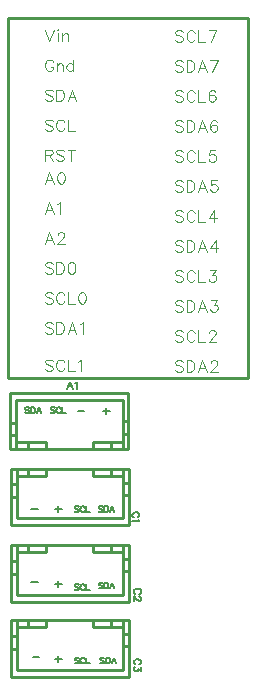
<source format=gto>
G04 Layer: TopSilkLayer*
G04 EasyEDA v6.4.5, 2020-09-09T10:55:23+00:00*
G04 8b858644916349d4974128f92eca4aae,b97ca10cbf7f413284ca0e80e24dcd20,10*
G04 Gerber Generator version 0.2*
G04 Scale: 100 percent, Rotated: No, Reflected: No *
G04 Dimensions in inches *
G04 leading zeros omitted , absolute positions ,2 integer and 4 decimal *
%FSLAX24Y24*%
%MOIN*%
G90*
G70D02*

%ADD10C,0.010000*%
%ADD15C,0.006000*%
%ADD16C,0.003200*%

%LPD*%
G54D10*
G01X8431Y22221D02*
G01X8431Y10221D01*
G01X8431Y10221D02*
G01X407Y10221D01*
G01X407Y22221D01*
G01X8431Y22221D01*
G01X3610Y9739D02*
G01X500Y9739D01*
G01X500Y8716D01*
G01X3610Y9739D02*
G01X4436Y9739D01*
G01X4436Y8755D01*
G01X696Y8716D02*
G01X696Y9503D01*
G01X4240Y9503D01*
G01X4240Y8755D01*
G01X1681Y8086D02*
G01X1681Y7850D01*
G01X500Y8322D02*
G01X696Y8322D01*
G01X500Y8716D02*
G01X696Y8716D01*
G01X4240Y8361D02*
G01X4436Y8361D01*
G01X696Y8322D02*
G01X696Y7850D01*
G01X1090Y7850D02*
G01X1090Y8086D01*
G01X3846Y7850D02*
G01X3846Y8086D01*
G01X1090Y8086D02*
G01X1681Y8086D01*
G01X1090Y7850D02*
G01X1681Y7850D01*
G01X3846Y8086D02*
G01X3255Y8086D01*
G01X3255Y7850D01*
G01X3846Y7850D02*
G01X3255Y7850D01*
G01X4240Y8361D02*
G01X4240Y7850D01*
G01X4436Y7850D01*
G01X4436Y8361D01*
G01X500Y8322D02*
G01X500Y7850D01*
G01X696Y7850D01*
G01X1681Y7850D02*
G01X3255Y7850D01*
G01X1090Y7850D02*
G01X696Y7850D01*
G01X1090Y8086D02*
G01X696Y8086D01*
G01X696Y8322D02*
G01X696Y8755D01*
G01X500Y8716D02*
G01X500Y8322D01*
G01X3846Y8086D02*
G01X4240Y8086D01*
G01X3846Y7850D02*
G01X4240Y7850D01*
G01X4240Y8361D02*
G01X4240Y8755D01*
G01X4436Y8755D02*
G01X4436Y8361D01*
G01X4240Y8794D02*
G01X4436Y8794D01*
G01X1339Y5310D02*
G01X4450Y5310D01*
G01X4450Y6333D01*
G01X1339Y5310D02*
G01X513Y5310D01*
G01X513Y6294D01*
G01X4253Y6333D02*
G01X4253Y5546D01*
G01X709Y5546D01*
G01X709Y6294D01*
G01X3268Y6963D02*
G01X3268Y7200D01*
G01X4450Y6727D02*
G01X4253Y6727D01*
G01X4450Y6333D02*
G01X4253Y6333D01*
G01X709Y6688D02*
G01X513Y6688D01*
G01X4253Y6727D02*
G01X4253Y7200D01*
G01X3859Y7200D02*
G01X3859Y6963D01*
G01X1103Y7200D02*
G01X1103Y6963D01*
G01X3859Y6963D02*
G01X3268Y6963D01*
G01X3859Y7200D02*
G01X3268Y7200D01*
G01X1103Y6963D02*
G01X1694Y6963D01*
G01X1694Y7200D01*
G01X1103Y7200D02*
G01X1694Y7200D01*
G01X709Y6688D02*
G01X709Y7200D01*
G01X513Y7200D01*
G01X513Y6688D01*
G01X4450Y6727D02*
G01X4450Y7200D01*
G01X4253Y7200D01*
G01X3268Y7200D02*
G01X1694Y7200D01*
G01X3859Y7200D02*
G01X4253Y7200D01*
G01X3859Y6963D02*
G01X4253Y6963D01*
G01X4253Y6727D02*
G01X4253Y6294D01*
G01X4450Y6333D02*
G01X4450Y6727D01*
G01X1103Y6963D02*
G01X709Y6963D01*
G01X1103Y7200D02*
G01X709Y7200D01*
G01X709Y6688D02*
G01X709Y6294D01*
G01X513Y6294D02*
G01X513Y6688D01*
G01X709Y6255D02*
G01X513Y6255D01*
G01X1339Y2760D02*
G01X4450Y2760D01*
G01X4450Y3783D01*
G01X1339Y2760D02*
G01X513Y2760D01*
G01X513Y3744D01*
G01X4253Y3783D02*
G01X4253Y2996D01*
G01X709Y2996D01*
G01X709Y3744D01*
G01X3268Y4413D02*
G01X3268Y4650D01*
G01X4450Y4177D02*
G01X4253Y4177D01*
G01X4450Y3783D02*
G01X4253Y3783D01*
G01X709Y4138D02*
G01X513Y4138D01*
G01X4253Y4177D02*
G01X4253Y4650D01*
G01X3859Y4650D02*
G01X3859Y4413D01*
G01X1103Y4650D02*
G01X1103Y4413D01*
G01X3859Y4413D02*
G01X3268Y4413D01*
G01X3859Y4650D02*
G01X3268Y4650D01*
G01X1103Y4413D02*
G01X1694Y4413D01*
G01X1694Y4650D01*
G01X1103Y4650D02*
G01X1694Y4650D01*
G01X709Y4138D02*
G01X709Y4650D01*
G01X513Y4650D01*
G01X513Y4138D01*
G01X4450Y4177D02*
G01X4450Y4650D01*
G01X4253Y4650D01*
G01X3268Y4650D02*
G01X1694Y4650D01*
G01X3859Y4650D02*
G01X4253Y4650D01*
G01X3859Y4413D02*
G01X4253Y4413D01*
G01X4253Y4177D02*
G01X4253Y3744D01*
G01X4450Y3783D02*
G01X4450Y4177D01*
G01X1103Y4413D02*
G01X709Y4413D01*
G01X1103Y4650D02*
G01X709Y4650D01*
G01X709Y4138D02*
G01X709Y3744D01*
G01X513Y3744D02*
G01X513Y4138D01*
G01X709Y3705D02*
G01X513Y3705D01*
G01X1339Y260D02*
G01X4450Y260D01*
G01X4450Y1283D01*
G01X1339Y260D02*
G01X513Y260D01*
G01X513Y1244D01*
G01X4253Y1283D02*
G01X4253Y496D01*
G01X709Y496D01*
G01X709Y1244D01*
G01X3268Y1913D02*
G01X3268Y2150D01*
G01X4450Y1677D02*
G01X4253Y1677D01*
G01X4450Y1283D02*
G01X4253Y1283D01*
G01X709Y1638D02*
G01X513Y1638D01*
G01X4253Y1677D02*
G01X4253Y2150D01*
G01X3859Y2150D02*
G01X3859Y1913D01*
G01X1103Y2150D02*
G01X1103Y1913D01*
G01X3859Y1913D02*
G01X3268Y1913D01*
G01X3859Y2150D02*
G01X3268Y2150D01*
G01X1103Y1913D02*
G01X1694Y1913D01*
G01X1694Y2150D01*
G01X1103Y2150D02*
G01X1694Y2150D01*
G01X709Y1638D02*
G01X709Y2150D01*
G01X513Y2150D01*
G01X513Y1638D01*
G01X4450Y1677D02*
G01X4450Y2150D01*
G01X4253Y2150D01*
G01X3268Y2150D02*
G01X1694Y2150D01*
G01X3859Y2150D02*
G01X4253Y2150D01*
G01X3859Y1913D02*
G01X4253Y1913D01*
G01X4253Y1677D02*
G01X4253Y1244D01*
G01X4450Y1283D02*
G01X4450Y1677D01*
G01X1103Y1913D02*
G01X709Y1913D01*
G01X1103Y2150D02*
G01X709Y2150D01*
G01X709Y1638D02*
G01X709Y1244D01*
G01X513Y1244D02*
G01X513Y1638D01*
G01X709Y1205D02*
G01X513Y1205D01*
G54D15*
G01X3701Y9217D02*
G01X3701Y9013D01*
G01X3600Y9115D02*
G01X3805Y9115D01*
G01X2750Y9115D02*
G01X2955Y9115D01*
G01X1200Y5865D02*
G01X1405Y5865D01*
G01X1200Y3415D02*
G01X1405Y3415D01*
G01X1250Y915D02*
G01X1455Y915D01*
G01X2101Y5967D02*
G01X2101Y5763D01*
G01X2000Y5865D02*
G01X2205Y5865D01*
G01X2101Y3467D02*
G01X2101Y3263D01*
G01X2000Y3365D02*
G01X2205Y3365D01*
G01X2101Y967D02*
G01X2101Y763D01*
G01X2000Y865D02*
G01X2205Y865D01*
G01X2776Y5925D02*
G01X2759Y5942D01*
G01X2732Y5951D01*
G01X2694Y5951D01*
G01X2667Y5942D01*
G01X2650Y5925D01*
G01X2650Y5905D01*
G01X2659Y5888D01*
G01X2667Y5878D01*
G01X2686Y5869D01*
G01X2740Y5851D01*
G01X2759Y5842D01*
G01X2767Y5834D01*
G01X2776Y5815D01*
G01X2776Y5788D01*
G01X2759Y5769D01*
G01X2732Y5761D01*
G01X2694Y5761D01*
G01X2667Y5769D01*
G01X2650Y5788D01*
G01X2973Y5905D02*
G01X2965Y5925D01*
G01X2946Y5942D01*
G01X2928Y5951D01*
G01X2892Y5951D01*
G01X2873Y5942D01*
G01X2855Y5925D01*
G01X2846Y5905D01*
G01X2836Y5878D01*
G01X2836Y5834D01*
G01X2846Y5805D01*
G01X2855Y5788D01*
G01X2873Y5769D01*
G01X2892Y5761D01*
G01X2928Y5761D01*
G01X2946Y5769D01*
G01X2965Y5788D01*
G01X2973Y5805D01*
G01X3034Y5951D02*
G01X3034Y5761D01*
G01X3034Y5761D02*
G01X3142Y5761D01*
G01X2776Y3325D02*
G01X2759Y3342D01*
G01X2732Y3351D01*
G01X2694Y3351D01*
G01X2667Y3342D01*
G01X2650Y3325D01*
G01X2650Y3305D01*
G01X2659Y3288D01*
G01X2667Y3278D01*
G01X2686Y3269D01*
G01X2740Y3251D01*
G01X2759Y3242D01*
G01X2767Y3234D01*
G01X2776Y3215D01*
G01X2776Y3188D01*
G01X2759Y3169D01*
G01X2732Y3161D01*
G01X2694Y3161D01*
G01X2667Y3169D01*
G01X2650Y3188D01*
G01X2973Y3305D02*
G01X2965Y3325D01*
G01X2946Y3342D01*
G01X2928Y3351D01*
G01X2892Y3351D01*
G01X2873Y3342D01*
G01X2855Y3325D01*
G01X2846Y3305D01*
G01X2836Y3278D01*
G01X2836Y3234D01*
G01X2846Y3205D01*
G01X2855Y3188D01*
G01X2873Y3169D01*
G01X2892Y3161D01*
G01X2928Y3161D01*
G01X2946Y3169D01*
G01X2965Y3188D01*
G01X2973Y3205D01*
G01X3034Y3351D02*
G01X3034Y3161D01*
G01X3034Y3161D02*
G01X3142Y3161D01*
G01X2776Y875D02*
G01X2759Y892D01*
G01X2732Y901D01*
G01X2694Y901D01*
G01X2667Y892D01*
G01X2650Y875D01*
G01X2650Y855D01*
G01X2659Y838D01*
G01X2667Y828D01*
G01X2686Y819D01*
G01X2740Y801D01*
G01X2759Y792D01*
G01X2767Y784D01*
G01X2776Y765D01*
G01X2776Y738D01*
G01X2759Y719D01*
G01X2732Y711D01*
G01X2694Y711D01*
G01X2667Y719D01*
G01X2650Y738D01*
G01X2973Y855D02*
G01X2965Y875D01*
G01X2946Y892D01*
G01X2928Y901D01*
G01X2892Y901D01*
G01X2873Y892D01*
G01X2855Y875D01*
G01X2846Y855D01*
G01X2836Y828D01*
G01X2836Y784D01*
G01X2846Y755D01*
G01X2855Y738D01*
G01X2873Y719D01*
G01X2892Y711D01*
G01X2928Y711D01*
G01X2946Y719D01*
G01X2965Y738D01*
G01X2973Y755D01*
G01X3034Y901D02*
G01X3034Y711D01*
G01X3034Y711D02*
G01X3142Y711D01*
G01X1976Y9225D02*
G01X1959Y9242D01*
G01X1932Y9251D01*
G01X1894Y9251D01*
G01X1867Y9242D01*
G01X1850Y9225D01*
G01X1850Y9205D01*
G01X1859Y9188D01*
G01X1867Y9178D01*
G01X1886Y9169D01*
G01X1940Y9151D01*
G01X1959Y9142D01*
G01X1967Y9134D01*
G01X1976Y9115D01*
G01X1976Y9088D01*
G01X1959Y9069D01*
G01X1932Y9061D01*
G01X1894Y9061D01*
G01X1867Y9069D01*
G01X1850Y9088D01*
G01X2173Y9205D02*
G01X2165Y9225D01*
G01X2146Y9242D01*
G01X2128Y9251D01*
G01X2092Y9251D01*
G01X2073Y9242D01*
G01X2055Y9225D01*
G01X2046Y9205D01*
G01X2036Y9178D01*
G01X2036Y9134D01*
G01X2046Y9105D01*
G01X2055Y9088D01*
G01X2073Y9069D01*
G01X2092Y9061D01*
G01X2128Y9061D01*
G01X2146Y9069D01*
G01X2165Y9088D01*
G01X2173Y9105D01*
G01X2234Y9251D02*
G01X2234Y9061D01*
G01X2234Y9061D02*
G01X2342Y9061D01*
G01X3576Y5925D02*
G01X3559Y5942D01*
G01X3532Y5951D01*
G01X3494Y5951D01*
G01X3467Y5942D01*
G01X3450Y5925D01*
G01X3450Y5905D01*
G01X3459Y5888D01*
G01X3467Y5878D01*
G01X3486Y5869D01*
G01X3540Y5851D01*
G01X3559Y5842D01*
G01X3567Y5834D01*
G01X3576Y5815D01*
G01X3576Y5788D01*
G01X3559Y5769D01*
G01X3532Y5761D01*
G01X3494Y5761D01*
G01X3467Y5769D01*
G01X3450Y5788D01*
G01X3636Y5951D02*
G01X3636Y5761D01*
G01X3636Y5951D02*
G01X3701Y5951D01*
G01X3728Y5942D01*
G01X3746Y5925D01*
G01X3755Y5905D01*
G01X3765Y5878D01*
G01X3765Y5834D01*
G01X3755Y5805D01*
G01X3746Y5788D01*
G01X3728Y5769D01*
G01X3701Y5761D01*
G01X3636Y5761D01*
G01X3896Y5951D02*
G01X3825Y5761D01*
G01X3896Y5951D02*
G01X3969Y5761D01*
G01X3851Y5825D02*
G01X3942Y5825D01*
G01X3576Y3375D02*
G01X3559Y3392D01*
G01X3532Y3401D01*
G01X3494Y3401D01*
G01X3467Y3392D01*
G01X3450Y3375D01*
G01X3450Y3355D01*
G01X3459Y3338D01*
G01X3467Y3328D01*
G01X3486Y3319D01*
G01X3540Y3301D01*
G01X3559Y3292D01*
G01X3567Y3284D01*
G01X3576Y3265D01*
G01X3576Y3238D01*
G01X3559Y3219D01*
G01X3532Y3211D01*
G01X3494Y3211D01*
G01X3467Y3219D01*
G01X3450Y3238D01*
G01X3636Y3401D02*
G01X3636Y3211D01*
G01X3636Y3401D02*
G01X3701Y3401D01*
G01X3728Y3392D01*
G01X3746Y3375D01*
G01X3755Y3355D01*
G01X3765Y3328D01*
G01X3765Y3284D01*
G01X3755Y3255D01*
G01X3746Y3238D01*
G01X3728Y3219D01*
G01X3701Y3211D01*
G01X3636Y3211D01*
G01X3896Y3401D02*
G01X3825Y3211D01*
G01X3896Y3401D02*
G01X3969Y3211D01*
G01X3851Y3275D02*
G01X3942Y3275D01*
G01X3626Y875D02*
G01X3609Y892D01*
G01X3582Y901D01*
G01X3544Y901D01*
G01X3517Y892D01*
G01X3500Y875D01*
G01X3500Y855D01*
G01X3509Y838D01*
G01X3517Y828D01*
G01X3536Y819D01*
G01X3590Y801D01*
G01X3609Y792D01*
G01X3617Y784D01*
G01X3626Y765D01*
G01X3626Y738D01*
G01X3609Y719D01*
G01X3582Y711D01*
G01X3544Y711D01*
G01X3517Y719D01*
G01X3500Y738D01*
G01X3686Y901D02*
G01X3686Y711D01*
G01X3686Y901D02*
G01X3751Y901D01*
G01X3778Y892D01*
G01X3796Y875D01*
G01X3805Y855D01*
G01X3815Y828D01*
G01X3815Y784D01*
G01X3805Y755D01*
G01X3796Y738D01*
G01X3778Y719D01*
G01X3751Y711D01*
G01X3686Y711D01*
G01X3946Y901D02*
G01X3875Y711D01*
G01X3946Y901D02*
G01X4019Y711D01*
G01X3901Y775D02*
G01X3992Y775D01*
G01X1126Y9225D02*
G01X1109Y9242D01*
G01X1082Y9251D01*
G01X1044Y9251D01*
G01X1017Y9242D01*
G01X1000Y9225D01*
G01X1000Y9205D01*
G01X1009Y9188D01*
G01X1017Y9178D01*
G01X1036Y9169D01*
G01X1090Y9151D01*
G01X1109Y9142D01*
G01X1117Y9134D01*
G01X1126Y9115D01*
G01X1126Y9088D01*
G01X1109Y9069D01*
G01X1082Y9061D01*
G01X1044Y9061D01*
G01X1017Y9069D01*
G01X1000Y9088D01*
G01X1186Y9251D02*
G01X1186Y9061D01*
G01X1186Y9251D02*
G01X1251Y9251D01*
G01X1278Y9242D01*
G01X1296Y9225D01*
G01X1305Y9205D01*
G01X1315Y9178D01*
G01X1315Y9134D01*
G01X1305Y9105D01*
G01X1296Y9088D01*
G01X1278Y9069D01*
G01X1251Y9061D01*
G01X1186Y9061D01*
G01X1446Y9251D02*
G01X1375Y9061D01*
G01X1446Y9251D02*
G01X1519Y9061D01*
G01X1401Y9125D02*
G01X1492Y9125D01*
G54D16*
G01X1657Y21838D02*
G01X1803Y21457D01*
G01X1948Y21838D02*
G01X1803Y21457D01*
G01X2067Y21838D02*
G01X2086Y21821D01*
G01X2103Y21838D01*
G01X2086Y21857D01*
G01X2067Y21838D01*
G01X2086Y21711D02*
G01X2086Y21457D01*
G01X2223Y21711D02*
G01X2223Y21457D01*
G01X2223Y21638D02*
G01X2278Y21694D01*
G01X2315Y21711D01*
G01X2369Y21711D01*
G01X2405Y21694D01*
G01X2423Y21638D01*
G01X2423Y21457D01*
G01X1930Y20748D02*
G01X1911Y20784D01*
G01X1875Y20821D01*
G01X1838Y20838D01*
G01X1765Y20838D01*
G01X1730Y20821D01*
G01X1692Y20784D01*
G01X1675Y20748D01*
G01X1657Y20694D01*
G01X1657Y20603D01*
G01X1675Y20548D01*
G01X1692Y20511D01*
G01X1730Y20475D01*
G01X1765Y20457D01*
G01X1838Y20457D01*
G01X1875Y20475D01*
G01X1911Y20511D01*
G01X1930Y20548D01*
G01X1930Y20603D01*
G01X1838Y20603D02*
G01X1930Y20603D01*
G01X2050Y20711D02*
G01X2050Y20457D01*
G01X2050Y20638D02*
G01X2103Y20694D01*
G01X2140Y20711D01*
G01X2194Y20711D01*
G01X2232Y20694D01*
G01X2250Y20638D01*
G01X2250Y20457D01*
G01X2588Y20838D02*
G01X2588Y20457D01*
G01X2588Y20657D02*
G01X2551Y20694D01*
G01X2515Y20711D01*
G01X2461Y20711D01*
G01X2423Y20694D01*
G01X2388Y20657D01*
G01X2369Y20603D01*
G01X2369Y20565D01*
G01X2388Y20511D01*
G01X2423Y20475D01*
G01X2461Y20457D01*
G01X2515Y20457D01*
G01X2551Y20475D01*
G01X2588Y20511D01*
G01X1911Y19784D02*
G01X1875Y19821D01*
G01X1821Y19838D01*
G01X1748Y19838D01*
G01X1692Y19821D01*
G01X1657Y19784D01*
G01X1657Y19748D01*
G01X1675Y19711D01*
G01X1692Y19694D01*
G01X1730Y19675D01*
G01X1838Y19638D01*
G01X1875Y19621D01*
G01X1892Y19603D01*
G01X1911Y19565D01*
G01X1911Y19511D01*
G01X1875Y19475D01*
G01X1821Y19457D01*
G01X1748Y19457D01*
G01X1692Y19475D01*
G01X1657Y19511D01*
G01X2032Y19838D02*
G01X2032Y19457D01*
G01X2032Y19838D02*
G01X2159Y19838D01*
G01X2213Y19821D01*
G01X2250Y19784D01*
G01X2267Y19748D01*
G01X2286Y19694D01*
G01X2286Y19603D01*
G01X2267Y19548D01*
G01X2250Y19511D01*
G01X2213Y19475D01*
G01X2159Y19457D01*
G01X2032Y19457D01*
G01X2551Y19838D02*
G01X2405Y19457D01*
G01X2551Y19838D02*
G01X2696Y19457D01*
G01X2461Y19584D02*
G01X2642Y19584D01*
G01X1911Y18784D02*
G01X1875Y18821D01*
G01X1821Y18838D01*
G01X1748Y18838D01*
G01X1692Y18821D01*
G01X1657Y18784D01*
G01X1657Y18748D01*
G01X1675Y18711D01*
G01X1692Y18694D01*
G01X1730Y18675D01*
G01X1838Y18638D01*
G01X1875Y18621D01*
G01X1892Y18603D01*
G01X1911Y18565D01*
G01X1911Y18511D01*
G01X1875Y18475D01*
G01X1821Y18457D01*
G01X1748Y18457D01*
G01X1692Y18475D01*
G01X1657Y18511D01*
G01X2303Y18748D02*
G01X2286Y18784D01*
G01X2250Y18821D01*
G01X2213Y18838D01*
G01X2140Y18838D01*
G01X2103Y18821D01*
G01X2067Y18784D01*
G01X2050Y18748D01*
G01X2032Y18694D01*
G01X2032Y18603D01*
G01X2050Y18548D01*
G01X2067Y18511D01*
G01X2103Y18475D01*
G01X2140Y18457D01*
G01X2213Y18457D01*
G01X2250Y18475D01*
G01X2286Y18511D01*
G01X2303Y18548D01*
G01X2423Y18838D02*
G01X2423Y18457D01*
G01X2423Y18457D02*
G01X2642Y18457D01*
G01X1657Y17838D02*
G01X1657Y17457D01*
G01X1657Y17838D02*
G01X1821Y17838D01*
G01X1875Y17821D01*
G01X1892Y17803D01*
G01X1911Y17765D01*
G01X1911Y17730D01*
G01X1892Y17694D01*
G01X1875Y17675D01*
G01X1821Y17657D01*
G01X1657Y17657D01*
G01X1784Y17657D02*
G01X1911Y17457D01*
G01X2286Y17784D02*
G01X2250Y17821D01*
G01X2194Y17838D01*
G01X2123Y17838D01*
G01X2067Y17821D01*
G01X2032Y17784D01*
G01X2032Y17748D01*
G01X2050Y17711D01*
G01X2067Y17694D01*
G01X2103Y17675D01*
G01X2213Y17638D01*
G01X2250Y17621D01*
G01X2267Y17603D01*
G01X2286Y17565D01*
G01X2286Y17511D01*
G01X2250Y17475D01*
G01X2194Y17457D01*
G01X2123Y17457D01*
G01X2067Y17475D01*
G01X2032Y17511D01*
G01X2532Y17838D02*
G01X2532Y17457D01*
G01X2405Y17838D02*
G01X2661Y17838D01*
G01X1803Y17088D02*
G01X1657Y16707D01*
G01X1803Y17088D02*
G01X1948Y16707D01*
G01X1711Y16834D02*
G01X1892Y16834D01*
G01X2176Y17088D02*
G01X2123Y17071D01*
G01X2086Y17015D01*
G01X2067Y16925D01*
G01X2067Y16871D01*
G01X2086Y16780D01*
G01X2123Y16725D01*
G01X2176Y16707D01*
G01X2213Y16707D01*
G01X2267Y16725D01*
G01X2303Y16780D01*
G01X2323Y16871D01*
G01X2323Y16925D01*
G01X2303Y17015D01*
G01X2267Y17071D01*
G01X2213Y17088D01*
G01X2176Y17088D01*
G01X1803Y16088D02*
G01X1657Y15707D01*
G01X1803Y16088D02*
G01X1948Y15707D01*
G01X1711Y15834D02*
G01X1892Y15834D01*
G01X2067Y16015D02*
G01X2103Y16034D01*
G01X2159Y16088D01*
G01X2159Y15707D01*
G01X1803Y15088D02*
G01X1657Y14707D01*
G01X1803Y15088D02*
G01X1948Y14707D01*
G01X1711Y14834D02*
G01X1892Y14834D01*
G01X2086Y14998D02*
G01X2086Y15015D01*
G01X2103Y15053D01*
G01X2123Y15071D01*
G01X2159Y15088D01*
G01X2232Y15088D01*
G01X2267Y15071D01*
G01X2286Y15053D01*
G01X2303Y15015D01*
G01X2303Y14980D01*
G01X2286Y14944D01*
G01X2250Y14888D01*
G01X2067Y14707D01*
G01X2323Y14707D01*
G01X1911Y14034D02*
G01X1875Y14071D01*
G01X1821Y14088D01*
G01X1748Y14088D01*
G01X1692Y14071D01*
G01X1657Y14034D01*
G01X1657Y13998D01*
G01X1675Y13961D01*
G01X1692Y13944D01*
G01X1730Y13925D01*
G01X1838Y13888D01*
G01X1875Y13871D01*
G01X1892Y13853D01*
G01X1911Y13815D01*
G01X1911Y13761D01*
G01X1875Y13725D01*
G01X1821Y13707D01*
G01X1748Y13707D01*
G01X1692Y13725D01*
G01X1657Y13761D01*
G01X2032Y14088D02*
G01X2032Y13707D01*
G01X2032Y14088D02*
G01X2159Y14088D01*
G01X2213Y14071D01*
G01X2250Y14034D01*
G01X2267Y13998D01*
G01X2286Y13944D01*
G01X2286Y13853D01*
G01X2267Y13798D01*
G01X2250Y13761D01*
G01X2213Y13725D01*
G01X2159Y13707D01*
G01X2032Y13707D01*
G01X2515Y14088D02*
G01X2461Y14071D01*
G01X2423Y14015D01*
G01X2405Y13925D01*
G01X2405Y13871D01*
G01X2423Y13780D01*
G01X2461Y13725D01*
G01X2515Y13707D01*
G01X2551Y13707D01*
G01X2605Y13725D01*
G01X2642Y13780D01*
G01X2661Y13871D01*
G01X2661Y13925D01*
G01X2642Y14015D01*
G01X2605Y14071D01*
G01X2551Y14088D01*
G01X2515Y14088D01*
G01X1911Y13034D02*
G01X1875Y13071D01*
G01X1821Y13088D01*
G01X1748Y13088D01*
G01X1692Y13071D01*
G01X1657Y13034D01*
G01X1657Y12998D01*
G01X1675Y12961D01*
G01X1692Y12944D01*
G01X1730Y12925D01*
G01X1838Y12888D01*
G01X1875Y12871D01*
G01X1892Y12853D01*
G01X1911Y12815D01*
G01X1911Y12761D01*
G01X1875Y12725D01*
G01X1821Y12707D01*
G01X1748Y12707D01*
G01X1692Y12725D01*
G01X1657Y12761D01*
G01X2303Y12998D02*
G01X2286Y13034D01*
G01X2250Y13071D01*
G01X2213Y13088D01*
G01X2140Y13088D01*
G01X2103Y13071D01*
G01X2067Y13034D01*
G01X2050Y12998D01*
G01X2032Y12944D01*
G01X2032Y12853D01*
G01X2050Y12798D01*
G01X2067Y12761D01*
G01X2103Y12725D01*
G01X2140Y12707D01*
G01X2213Y12707D01*
G01X2250Y12725D01*
G01X2286Y12761D01*
G01X2303Y12798D01*
G01X2423Y13088D02*
G01X2423Y12707D01*
G01X2423Y12707D02*
G01X2642Y12707D01*
G01X2871Y13088D02*
G01X2817Y13071D01*
G01X2780Y13015D01*
G01X2763Y12925D01*
G01X2763Y12871D01*
G01X2780Y12780D01*
G01X2817Y12725D01*
G01X2871Y12707D01*
G01X2907Y12707D01*
G01X2963Y12725D01*
G01X2998Y12780D01*
G01X3017Y12871D01*
G01X3017Y12925D01*
G01X2998Y13015D01*
G01X2963Y13071D01*
G01X2907Y13088D01*
G01X2871Y13088D01*
G01X1911Y12034D02*
G01X1875Y12071D01*
G01X1821Y12088D01*
G01X1748Y12088D01*
G01X1692Y12071D01*
G01X1657Y12034D01*
G01X1657Y11998D01*
G01X1675Y11961D01*
G01X1692Y11944D01*
G01X1730Y11925D01*
G01X1838Y11888D01*
G01X1875Y11871D01*
G01X1892Y11853D01*
G01X1911Y11815D01*
G01X1911Y11761D01*
G01X1875Y11725D01*
G01X1821Y11707D01*
G01X1748Y11707D01*
G01X1692Y11725D01*
G01X1657Y11761D01*
G01X2032Y12088D02*
G01X2032Y11707D01*
G01X2032Y12088D02*
G01X2159Y12088D01*
G01X2213Y12071D01*
G01X2250Y12034D01*
G01X2267Y11998D01*
G01X2286Y11944D01*
G01X2286Y11853D01*
G01X2267Y11798D01*
G01X2250Y11761D01*
G01X2213Y11725D01*
G01X2159Y11707D01*
G01X2032Y11707D01*
G01X2551Y12088D02*
G01X2405Y11707D01*
G01X2551Y12088D02*
G01X2696Y11707D01*
G01X2461Y11834D02*
G01X2642Y11834D01*
G01X2817Y12015D02*
G01X2853Y12034D01*
G01X2907Y12088D01*
G01X2907Y11707D01*
G01X1911Y10784D02*
G01X1875Y10821D01*
G01X1821Y10838D01*
G01X1748Y10838D01*
G01X1692Y10821D01*
G01X1657Y10784D01*
G01X1657Y10748D01*
G01X1675Y10711D01*
G01X1692Y10694D01*
G01X1730Y10675D01*
G01X1838Y10638D01*
G01X1875Y10621D01*
G01X1892Y10603D01*
G01X1911Y10565D01*
G01X1911Y10511D01*
G01X1875Y10475D01*
G01X1821Y10457D01*
G01X1748Y10457D01*
G01X1692Y10475D01*
G01X1657Y10511D01*
G01X2303Y10748D02*
G01X2286Y10784D01*
G01X2250Y10821D01*
G01X2213Y10838D01*
G01X2140Y10838D01*
G01X2103Y10821D01*
G01X2067Y10784D01*
G01X2050Y10748D01*
G01X2032Y10694D01*
G01X2032Y10603D01*
G01X2050Y10548D01*
G01X2067Y10511D01*
G01X2103Y10475D01*
G01X2140Y10457D01*
G01X2213Y10457D01*
G01X2250Y10475D01*
G01X2286Y10511D01*
G01X2303Y10548D01*
G01X2423Y10838D02*
G01X2423Y10457D01*
G01X2423Y10457D02*
G01X2642Y10457D01*
G01X2763Y10765D02*
G01X2798Y10784D01*
G01X2853Y10838D01*
G01X2853Y10457D01*
G01X6254Y10764D02*
G01X6217Y10800D01*
G01X6163Y10818D01*
G01X6090Y10818D01*
G01X6035Y10800D01*
G01X5999Y10764D01*
G01X5999Y10727D01*
G01X6017Y10691D01*
G01X6035Y10673D01*
G01X6072Y10654D01*
G01X6181Y10618D01*
G01X6217Y10600D01*
G01X6235Y10582D01*
G01X6254Y10545D01*
G01X6254Y10491D01*
G01X6217Y10454D01*
G01X6163Y10436D01*
G01X6090Y10436D01*
G01X6035Y10454D01*
G01X5999Y10491D01*
G01X6374Y10818D02*
G01X6374Y10436D01*
G01X6374Y10818D02*
G01X6501Y10818D01*
G01X6555Y10800D01*
G01X6592Y10764D01*
G01X6610Y10727D01*
G01X6628Y10673D01*
G01X6628Y10582D01*
G01X6610Y10527D01*
G01X6592Y10491D01*
G01X6555Y10454D01*
G01X6501Y10436D01*
G01X6374Y10436D01*
G01X6894Y10818D02*
G01X6748Y10436D01*
G01X6894Y10818D02*
G01X7039Y10436D01*
G01X6803Y10564D02*
G01X6985Y10564D01*
G01X7177Y10727D02*
G01X7177Y10745D01*
G01X7195Y10782D01*
G01X7214Y10800D01*
G01X7250Y10818D01*
G01X7323Y10818D01*
G01X7359Y10800D01*
G01X7377Y10782D01*
G01X7395Y10745D01*
G01X7395Y10709D01*
G01X7377Y10673D01*
G01X7341Y10618D01*
G01X7159Y10436D01*
G01X7414Y10436D01*
G01X6254Y11764D02*
G01X6217Y11800D01*
G01X6163Y11818D01*
G01X6090Y11818D01*
G01X6035Y11800D01*
G01X5999Y11764D01*
G01X5999Y11727D01*
G01X6017Y11691D01*
G01X6035Y11673D01*
G01X6072Y11654D01*
G01X6181Y11618D01*
G01X6217Y11600D01*
G01X6235Y11582D01*
G01X6254Y11545D01*
G01X6254Y11491D01*
G01X6217Y11454D01*
G01X6163Y11436D01*
G01X6090Y11436D01*
G01X6035Y11454D01*
G01X5999Y11491D01*
G01X6646Y11727D02*
G01X6628Y11764D01*
G01X6592Y11800D01*
G01X6555Y11818D01*
G01X6483Y11818D01*
G01X6446Y11800D01*
G01X6410Y11764D01*
G01X6392Y11727D01*
G01X6374Y11673D01*
G01X6374Y11582D01*
G01X6392Y11527D01*
G01X6410Y11491D01*
G01X6446Y11454D01*
G01X6483Y11436D01*
G01X6555Y11436D01*
G01X6592Y11454D01*
G01X6628Y11491D01*
G01X6646Y11527D01*
G01X6766Y11818D02*
G01X6766Y11436D01*
G01X6766Y11436D02*
G01X6985Y11436D01*
G01X7123Y11727D02*
G01X7123Y11745D01*
G01X7141Y11782D01*
G01X7159Y11800D01*
G01X7195Y11818D01*
G01X7268Y11818D01*
G01X7305Y11800D01*
G01X7323Y11782D01*
G01X7341Y11745D01*
G01X7341Y11709D01*
G01X7323Y11673D01*
G01X7286Y11618D01*
G01X7105Y11436D01*
G01X7359Y11436D01*
G01X6254Y12764D02*
G01X6217Y12800D01*
G01X6163Y12818D01*
G01X6090Y12818D01*
G01X6035Y12800D01*
G01X5999Y12764D01*
G01X5999Y12727D01*
G01X6017Y12691D01*
G01X6035Y12673D01*
G01X6072Y12654D01*
G01X6181Y12618D01*
G01X6217Y12600D01*
G01X6235Y12582D01*
G01X6254Y12545D01*
G01X6254Y12491D01*
G01X6217Y12454D01*
G01X6163Y12436D01*
G01X6090Y12436D01*
G01X6035Y12454D01*
G01X5999Y12491D01*
G01X6374Y12818D02*
G01X6374Y12436D01*
G01X6374Y12818D02*
G01X6501Y12818D01*
G01X6555Y12800D01*
G01X6592Y12764D01*
G01X6610Y12727D01*
G01X6628Y12673D01*
G01X6628Y12582D01*
G01X6610Y12527D01*
G01X6592Y12491D01*
G01X6555Y12454D01*
G01X6501Y12436D01*
G01X6374Y12436D01*
G01X6894Y12818D02*
G01X6748Y12436D01*
G01X6894Y12818D02*
G01X7039Y12436D01*
G01X6803Y12564D02*
G01X6985Y12564D01*
G01X7195Y12818D02*
G01X7395Y12818D01*
G01X7286Y12673D01*
G01X7341Y12673D01*
G01X7377Y12654D01*
G01X7395Y12636D01*
G01X7414Y12582D01*
G01X7414Y12545D01*
G01X7395Y12491D01*
G01X7359Y12454D01*
G01X7305Y12436D01*
G01X7250Y12436D01*
G01X7195Y12454D01*
G01X7177Y12473D01*
G01X7159Y12509D01*
G01X6254Y13764D02*
G01X6217Y13800D01*
G01X6163Y13818D01*
G01X6090Y13818D01*
G01X6035Y13800D01*
G01X5999Y13764D01*
G01X5999Y13727D01*
G01X6017Y13691D01*
G01X6035Y13673D01*
G01X6072Y13654D01*
G01X6181Y13618D01*
G01X6217Y13600D01*
G01X6235Y13582D01*
G01X6254Y13545D01*
G01X6254Y13491D01*
G01X6217Y13454D01*
G01X6163Y13436D01*
G01X6090Y13436D01*
G01X6035Y13454D01*
G01X5999Y13491D01*
G01X6646Y13727D02*
G01X6628Y13764D01*
G01X6592Y13800D01*
G01X6555Y13818D01*
G01X6483Y13818D01*
G01X6446Y13800D01*
G01X6410Y13764D01*
G01X6392Y13727D01*
G01X6374Y13673D01*
G01X6374Y13582D01*
G01X6392Y13527D01*
G01X6410Y13491D01*
G01X6446Y13454D01*
G01X6483Y13436D01*
G01X6555Y13436D01*
G01X6592Y13454D01*
G01X6628Y13491D01*
G01X6646Y13527D01*
G01X6766Y13818D02*
G01X6766Y13436D01*
G01X6766Y13436D02*
G01X6985Y13436D01*
G01X7141Y13818D02*
G01X7341Y13818D01*
G01X7232Y13673D01*
G01X7286Y13673D01*
G01X7323Y13654D01*
G01X7341Y13636D01*
G01X7359Y13582D01*
G01X7359Y13545D01*
G01X7341Y13491D01*
G01X7305Y13454D01*
G01X7250Y13436D01*
G01X7195Y13436D01*
G01X7141Y13454D01*
G01X7123Y13473D01*
G01X7105Y13509D01*
G01X6254Y14764D02*
G01X6217Y14800D01*
G01X6163Y14818D01*
G01X6090Y14818D01*
G01X6035Y14800D01*
G01X5999Y14764D01*
G01X5999Y14727D01*
G01X6017Y14691D01*
G01X6035Y14673D01*
G01X6072Y14654D01*
G01X6181Y14618D01*
G01X6217Y14600D01*
G01X6235Y14582D01*
G01X6254Y14545D01*
G01X6254Y14491D01*
G01X6217Y14454D01*
G01X6163Y14436D01*
G01X6090Y14436D01*
G01X6035Y14454D01*
G01X5999Y14491D01*
G01X6374Y14818D02*
G01X6374Y14436D01*
G01X6374Y14818D02*
G01X6501Y14818D01*
G01X6555Y14800D01*
G01X6592Y14764D01*
G01X6610Y14727D01*
G01X6628Y14673D01*
G01X6628Y14582D01*
G01X6610Y14527D01*
G01X6592Y14491D01*
G01X6555Y14454D01*
G01X6501Y14436D01*
G01X6374Y14436D01*
G01X6894Y14818D02*
G01X6748Y14436D01*
G01X6894Y14818D02*
G01X7039Y14436D01*
G01X6803Y14564D02*
G01X6985Y14564D01*
G01X7341Y14818D02*
G01X7159Y14564D01*
G01X7432Y14564D01*
G01X7341Y14818D02*
G01X7341Y14436D01*
G01X6254Y15764D02*
G01X6217Y15800D01*
G01X6163Y15818D01*
G01X6090Y15818D01*
G01X6035Y15800D01*
G01X5999Y15764D01*
G01X5999Y15727D01*
G01X6017Y15691D01*
G01X6035Y15673D01*
G01X6072Y15654D01*
G01X6181Y15618D01*
G01X6217Y15600D01*
G01X6235Y15582D01*
G01X6254Y15545D01*
G01X6254Y15491D01*
G01X6217Y15454D01*
G01X6163Y15436D01*
G01X6090Y15436D01*
G01X6035Y15454D01*
G01X5999Y15491D01*
G01X6646Y15727D02*
G01X6628Y15764D01*
G01X6592Y15800D01*
G01X6555Y15818D01*
G01X6483Y15818D01*
G01X6446Y15800D01*
G01X6410Y15764D01*
G01X6392Y15727D01*
G01X6374Y15673D01*
G01X6374Y15582D01*
G01X6392Y15527D01*
G01X6410Y15491D01*
G01X6446Y15454D01*
G01X6483Y15436D01*
G01X6555Y15436D01*
G01X6592Y15454D01*
G01X6628Y15491D01*
G01X6646Y15527D01*
G01X6766Y15818D02*
G01X6766Y15436D01*
G01X6766Y15436D02*
G01X6985Y15436D01*
G01X7286Y15818D02*
G01X7105Y15564D01*
G01X7377Y15564D01*
G01X7286Y15818D02*
G01X7286Y15436D01*
G01X6254Y16764D02*
G01X6217Y16800D01*
G01X6163Y16818D01*
G01X6090Y16818D01*
G01X6035Y16800D01*
G01X5999Y16764D01*
G01X5999Y16727D01*
G01X6017Y16691D01*
G01X6035Y16673D01*
G01X6072Y16654D01*
G01X6181Y16618D01*
G01X6217Y16600D01*
G01X6235Y16582D01*
G01X6254Y16545D01*
G01X6254Y16491D01*
G01X6217Y16454D01*
G01X6163Y16436D01*
G01X6090Y16436D01*
G01X6035Y16454D01*
G01X5999Y16491D01*
G01X6374Y16818D02*
G01X6374Y16436D01*
G01X6374Y16818D02*
G01X6501Y16818D01*
G01X6555Y16800D01*
G01X6592Y16764D01*
G01X6610Y16727D01*
G01X6628Y16673D01*
G01X6628Y16582D01*
G01X6610Y16527D01*
G01X6592Y16491D01*
G01X6555Y16454D01*
G01X6501Y16436D01*
G01X6374Y16436D01*
G01X6894Y16818D02*
G01X6748Y16436D01*
G01X6894Y16818D02*
G01X7039Y16436D01*
G01X6803Y16564D02*
G01X6985Y16564D01*
G01X7377Y16818D02*
G01X7195Y16818D01*
G01X7177Y16654D01*
G01X7195Y16673D01*
G01X7250Y16691D01*
G01X7305Y16691D01*
G01X7359Y16673D01*
G01X7395Y16636D01*
G01X7414Y16582D01*
G01X7414Y16545D01*
G01X7395Y16491D01*
G01X7359Y16454D01*
G01X7305Y16436D01*
G01X7250Y16436D01*
G01X7195Y16454D01*
G01X7177Y16473D01*
G01X7159Y16509D01*
G01X6254Y17764D02*
G01X6217Y17800D01*
G01X6163Y17818D01*
G01X6090Y17818D01*
G01X6035Y17800D01*
G01X5999Y17764D01*
G01X5999Y17727D01*
G01X6017Y17691D01*
G01X6035Y17673D01*
G01X6072Y17654D01*
G01X6181Y17618D01*
G01X6217Y17600D01*
G01X6235Y17582D01*
G01X6254Y17545D01*
G01X6254Y17491D01*
G01X6217Y17454D01*
G01X6163Y17436D01*
G01X6090Y17436D01*
G01X6035Y17454D01*
G01X5999Y17491D01*
G01X6646Y17727D02*
G01X6628Y17764D01*
G01X6592Y17800D01*
G01X6555Y17818D01*
G01X6483Y17818D01*
G01X6446Y17800D01*
G01X6410Y17764D01*
G01X6392Y17727D01*
G01X6374Y17673D01*
G01X6374Y17582D01*
G01X6392Y17527D01*
G01X6410Y17491D01*
G01X6446Y17454D01*
G01X6483Y17436D01*
G01X6555Y17436D01*
G01X6592Y17454D01*
G01X6628Y17491D01*
G01X6646Y17527D01*
G01X6766Y17818D02*
G01X6766Y17436D01*
G01X6766Y17436D02*
G01X6985Y17436D01*
G01X7323Y17818D02*
G01X7141Y17818D01*
G01X7123Y17654D01*
G01X7141Y17673D01*
G01X7195Y17691D01*
G01X7250Y17691D01*
G01X7305Y17673D01*
G01X7341Y17636D01*
G01X7359Y17582D01*
G01X7359Y17545D01*
G01X7341Y17491D01*
G01X7305Y17454D01*
G01X7250Y17436D01*
G01X7195Y17436D01*
G01X7141Y17454D01*
G01X7123Y17473D01*
G01X7105Y17509D01*
G01X6254Y18764D02*
G01X6217Y18800D01*
G01X6163Y18818D01*
G01X6090Y18818D01*
G01X6035Y18800D01*
G01X5999Y18764D01*
G01X5999Y18727D01*
G01X6017Y18691D01*
G01X6035Y18673D01*
G01X6072Y18654D01*
G01X6181Y18618D01*
G01X6217Y18600D01*
G01X6235Y18582D01*
G01X6254Y18545D01*
G01X6254Y18491D01*
G01X6217Y18454D01*
G01X6163Y18436D01*
G01X6090Y18436D01*
G01X6035Y18454D01*
G01X5999Y18491D01*
G01X6374Y18818D02*
G01X6374Y18436D01*
G01X6374Y18818D02*
G01X6501Y18818D01*
G01X6555Y18800D01*
G01X6592Y18764D01*
G01X6610Y18727D01*
G01X6628Y18673D01*
G01X6628Y18582D01*
G01X6610Y18527D01*
G01X6592Y18491D01*
G01X6555Y18454D01*
G01X6501Y18436D01*
G01X6374Y18436D01*
G01X6894Y18818D02*
G01X6748Y18436D01*
G01X6894Y18818D02*
G01X7039Y18436D01*
G01X6803Y18564D02*
G01X6985Y18564D01*
G01X7377Y18764D02*
G01X7359Y18800D01*
G01X7305Y18818D01*
G01X7268Y18818D01*
G01X7214Y18800D01*
G01X7177Y18745D01*
G01X7159Y18654D01*
G01X7159Y18564D01*
G01X7177Y18491D01*
G01X7214Y18454D01*
G01X7268Y18436D01*
G01X7286Y18436D01*
G01X7341Y18454D01*
G01X7377Y18491D01*
G01X7395Y18545D01*
G01X7395Y18564D01*
G01X7377Y18618D01*
G01X7341Y18654D01*
G01X7286Y18673D01*
G01X7268Y18673D01*
G01X7214Y18654D01*
G01X7177Y18618D01*
G01X7159Y18564D01*
G01X6254Y19764D02*
G01X6217Y19800D01*
G01X6163Y19818D01*
G01X6090Y19818D01*
G01X6035Y19800D01*
G01X5999Y19764D01*
G01X5999Y19727D01*
G01X6017Y19691D01*
G01X6035Y19673D01*
G01X6072Y19654D01*
G01X6181Y19618D01*
G01X6217Y19600D01*
G01X6235Y19582D01*
G01X6254Y19545D01*
G01X6254Y19491D01*
G01X6217Y19454D01*
G01X6163Y19436D01*
G01X6090Y19436D01*
G01X6035Y19454D01*
G01X5999Y19491D01*
G01X6646Y19727D02*
G01X6628Y19764D01*
G01X6592Y19800D01*
G01X6555Y19818D01*
G01X6483Y19818D01*
G01X6446Y19800D01*
G01X6410Y19764D01*
G01X6392Y19727D01*
G01X6374Y19673D01*
G01X6374Y19582D01*
G01X6392Y19527D01*
G01X6410Y19491D01*
G01X6446Y19454D01*
G01X6483Y19436D01*
G01X6555Y19436D01*
G01X6592Y19454D01*
G01X6628Y19491D01*
G01X6646Y19527D01*
G01X6766Y19818D02*
G01X6766Y19436D01*
G01X6766Y19436D02*
G01X6985Y19436D01*
G01X7323Y19764D02*
G01X7305Y19800D01*
G01X7250Y19818D01*
G01X7214Y19818D01*
G01X7159Y19800D01*
G01X7123Y19745D01*
G01X7105Y19654D01*
G01X7105Y19564D01*
G01X7123Y19491D01*
G01X7159Y19454D01*
G01X7214Y19436D01*
G01X7232Y19436D01*
G01X7286Y19454D01*
G01X7323Y19491D01*
G01X7341Y19545D01*
G01X7341Y19564D01*
G01X7323Y19618D01*
G01X7286Y19654D01*
G01X7232Y19673D01*
G01X7214Y19673D01*
G01X7159Y19654D01*
G01X7123Y19618D01*
G01X7105Y19564D01*
G01X6254Y20764D02*
G01X6217Y20800D01*
G01X6163Y20818D01*
G01X6090Y20818D01*
G01X6035Y20800D01*
G01X5999Y20764D01*
G01X5999Y20727D01*
G01X6017Y20691D01*
G01X6035Y20673D01*
G01X6072Y20654D01*
G01X6181Y20618D01*
G01X6217Y20600D01*
G01X6235Y20582D01*
G01X6254Y20545D01*
G01X6254Y20491D01*
G01X6217Y20454D01*
G01X6163Y20436D01*
G01X6090Y20436D01*
G01X6035Y20454D01*
G01X5999Y20491D01*
G01X6374Y20818D02*
G01X6374Y20436D01*
G01X6374Y20818D02*
G01X6501Y20818D01*
G01X6555Y20800D01*
G01X6592Y20764D01*
G01X6610Y20727D01*
G01X6628Y20673D01*
G01X6628Y20582D01*
G01X6610Y20527D01*
G01X6592Y20491D01*
G01X6555Y20454D01*
G01X6501Y20436D01*
G01X6374Y20436D01*
G01X6894Y20818D02*
G01X6748Y20436D01*
G01X6894Y20818D02*
G01X7039Y20436D01*
G01X6803Y20564D02*
G01X6985Y20564D01*
G01X7414Y20818D02*
G01X7232Y20436D01*
G01X7159Y20818D02*
G01X7414Y20818D01*
G01X6254Y21764D02*
G01X6217Y21800D01*
G01X6163Y21818D01*
G01X6090Y21818D01*
G01X6035Y21800D01*
G01X5999Y21764D01*
G01X5999Y21727D01*
G01X6017Y21691D01*
G01X6035Y21673D01*
G01X6072Y21654D01*
G01X6181Y21618D01*
G01X6217Y21600D01*
G01X6235Y21582D01*
G01X6254Y21545D01*
G01X6254Y21491D01*
G01X6217Y21454D01*
G01X6163Y21436D01*
G01X6090Y21436D01*
G01X6035Y21454D01*
G01X5999Y21491D01*
G01X6646Y21727D02*
G01X6628Y21764D01*
G01X6592Y21800D01*
G01X6555Y21818D01*
G01X6483Y21818D01*
G01X6446Y21800D01*
G01X6410Y21764D01*
G01X6392Y21727D01*
G01X6374Y21673D01*
G01X6374Y21582D01*
G01X6392Y21527D01*
G01X6410Y21491D01*
G01X6446Y21454D01*
G01X6483Y21436D01*
G01X6555Y21436D01*
G01X6592Y21454D01*
G01X6628Y21491D01*
G01X6646Y21527D01*
G01X6766Y21818D02*
G01X6766Y21436D01*
G01X6766Y21436D02*
G01X6985Y21436D01*
G01X7359Y21818D02*
G01X7177Y21436D01*
G01X7105Y21818D02*
G01X7359Y21818D01*
G54D15*
G01X2490Y10101D02*
G01X2400Y9863D01*
G01X2490Y10101D02*
G01X2582Y9863D01*
G01X2434Y9942D02*
G01X2548Y9942D01*
G01X2657Y10057D02*
G01X2680Y10067D01*
G01X2713Y10101D01*
G01X2713Y9863D01*
G01X4744Y5580D02*
G01X4767Y5590D01*
G01X4790Y5613D01*
G01X4802Y5636D01*
G01X4802Y5682D01*
G01X4790Y5705D01*
G01X4767Y5726D01*
G01X4744Y5738D01*
G01X4711Y5750D01*
G01X4655Y5750D01*
G01X4619Y5738D01*
G01X4598Y5726D01*
G01X4575Y5705D01*
G01X4563Y5682D01*
G01X4563Y5636D01*
G01X4575Y5613D01*
G01X4598Y5590D01*
G01X4619Y5580D01*
G01X4757Y5505D02*
G01X4767Y5482D01*
G01X4802Y5448D01*
G01X4563Y5448D01*
G01X4794Y3030D02*
G01X4818Y3040D01*
G01X4840Y3063D01*
G01X4852Y3086D01*
G01X4852Y3132D01*
G01X4840Y3155D01*
G01X4818Y3176D01*
G01X4794Y3188D01*
G01X4761Y3200D01*
G01X4705Y3200D01*
G01X4669Y3188D01*
G01X4648Y3176D01*
G01X4625Y3155D01*
G01X4613Y3132D01*
G01X4613Y3086D01*
G01X4625Y3063D01*
G01X4648Y3040D01*
G01X4669Y3030D01*
G01X4794Y2942D02*
G01X4806Y2942D01*
G01X4830Y2932D01*
G01X4840Y2919D01*
G01X4852Y2898D01*
G01X4852Y2851D01*
G01X4840Y2830D01*
G01X4830Y2817D01*
G01X4806Y2807D01*
G01X4784Y2807D01*
G01X4761Y2817D01*
G01X4726Y2840D01*
G01X4613Y2955D01*
G01X4613Y2794D01*
G01X4794Y680D02*
G01X4818Y690D01*
G01X4840Y713D01*
G01X4852Y736D01*
G01X4852Y782D01*
G01X4840Y805D01*
G01X4818Y826D01*
G01X4794Y838D01*
G01X4761Y850D01*
G01X4705Y850D01*
G01X4669Y838D01*
G01X4648Y826D01*
G01X4625Y805D01*
G01X4613Y782D01*
G01X4613Y736D01*
G01X4625Y713D01*
G01X4648Y690D01*
G01X4669Y680D01*
G01X4852Y582D02*
G01X4852Y457D01*
G01X4761Y525D01*
G01X4761Y490D01*
G01X4750Y467D01*
G01X4738Y457D01*
G01X4705Y444D01*
G01X4682Y444D01*
G01X4648Y457D01*
G01X4625Y480D01*
G01X4613Y513D01*
G01X4613Y548D01*
G01X4625Y582D01*
G01X4636Y592D01*
G01X4659Y605D01*
M00*
M02*

</source>
